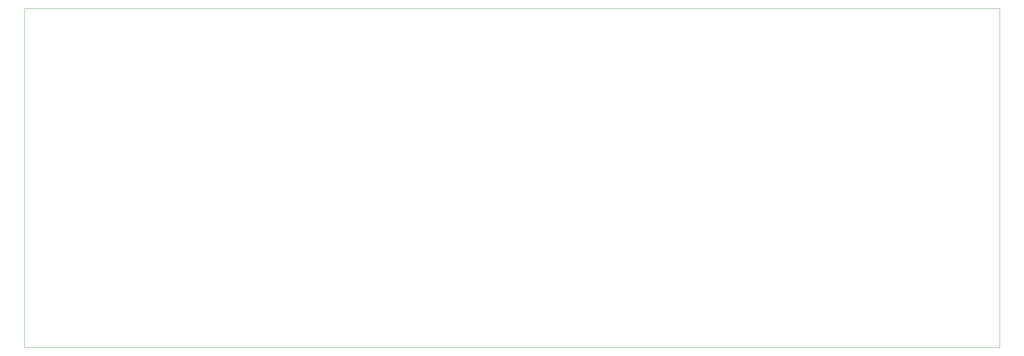
<source format=gm1>
G04 #@! TF.GenerationSoftware,KiCad,Pcbnew,(5.1.9)-1*
G04 #@! TF.CreationDate,2021-04-09T12:03:22+02:00*
G04 #@! TF.ProjectId,Yet Another AVR Fusebit Rescuer,59657420-416e-46f7-9468-657220415652,V1.1*
G04 #@! TF.SameCoordinates,Original*
G04 #@! TF.FileFunction,Profile,NP*
%FSLAX46Y46*%
G04 Gerber Fmt 4.6, Leading zero omitted, Abs format (unit mm)*
G04 Created by KiCad (PCBNEW (5.1.9)-1) date 2021-04-09 12:03:22*
%MOMM*%
%LPD*%
G01*
G04 APERTURE LIST*
G04 #@! TA.AperFunction,Profile*
%ADD10C,0.050000*%
G04 #@! TD*
G04 APERTURE END LIST*
D10*
X267970000Y-130810000D02*
X267970000Y-49530000D01*
X34290000Y-130810000D02*
X267970000Y-130810000D01*
X34290000Y-49530000D02*
X34290000Y-130810000D01*
X267970000Y-49530000D02*
X34290000Y-49530000D01*
M02*

</source>
